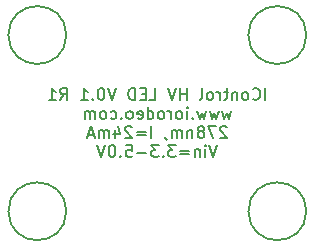
<source format=gbo>
%TF.GenerationSoftware,KiCad,Pcbnew,7.0.8-7.0.8~ubuntu22.04.1*%
%TF.CreationDate,2024-01-31T21:11:03-08:00*%
%TF.ProjectId,275nm_ELUC3535NUB_24mA,3237356e-6d5f-4454-9c55-43333533354e,rev?*%
%TF.SameCoordinates,Original*%
%TF.FileFunction,Legend,Bot*%
%TF.FilePolarity,Positive*%
%FSLAX46Y46*%
G04 Gerber Fmt 4.6, Leading zero omitted, Abs format (unit mm)*
G04 Created by KiCad (PCBNEW 7.0.8-7.0.8~ubuntu22.04.1) date 2024-01-31 21:11:03*
%MOMM*%
%LPD*%
G01*
G04 APERTURE LIST*
%ADD10C,0.150000*%
G04 APERTURE END LIST*
D10*
X71842857Y-58039819D02*
X71842857Y-57039819D01*
X70795239Y-57944580D02*
X70842858Y-57992200D01*
X70842858Y-57992200D02*
X70985715Y-58039819D01*
X70985715Y-58039819D02*
X71080953Y-58039819D01*
X71080953Y-58039819D02*
X71223810Y-57992200D01*
X71223810Y-57992200D02*
X71319048Y-57896961D01*
X71319048Y-57896961D02*
X71366667Y-57801723D01*
X71366667Y-57801723D02*
X71414286Y-57611247D01*
X71414286Y-57611247D02*
X71414286Y-57468390D01*
X71414286Y-57468390D02*
X71366667Y-57277914D01*
X71366667Y-57277914D02*
X71319048Y-57182676D01*
X71319048Y-57182676D02*
X71223810Y-57087438D01*
X71223810Y-57087438D02*
X71080953Y-57039819D01*
X71080953Y-57039819D02*
X70985715Y-57039819D01*
X70985715Y-57039819D02*
X70842858Y-57087438D01*
X70842858Y-57087438D02*
X70795239Y-57135057D01*
X70223810Y-58039819D02*
X70319048Y-57992200D01*
X70319048Y-57992200D02*
X70366667Y-57944580D01*
X70366667Y-57944580D02*
X70414286Y-57849342D01*
X70414286Y-57849342D02*
X70414286Y-57563628D01*
X70414286Y-57563628D02*
X70366667Y-57468390D01*
X70366667Y-57468390D02*
X70319048Y-57420771D01*
X70319048Y-57420771D02*
X70223810Y-57373152D01*
X70223810Y-57373152D02*
X70080953Y-57373152D01*
X70080953Y-57373152D02*
X69985715Y-57420771D01*
X69985715Y-57420771D02*
X69938096Y-57468390D01*
X69938096Y-57468390D02*
X69890477Y-57563628D01*
X69890477Y-57563628D02*
X69890477Y-57849342D01*
X69890477Y-57849342D02*
X69938096Y-57944580D01*
X69938096Y-57944580D02*
X69985715Y-57992200D01*
X69985715Y-57992200D02*
X70080953Y-58039819D01*
X70080953Y-58039819D02*
X70223810Y-58039819D01*
X69461905Y-57373152D02*
X69461905Y-58039819D01*
X69461905Y-57468390D02*
X69414286Y-57420771D01*
X69414286Y-57420771D02*
X69319048Y-57373152D01*
X69319048Y-57373152D02*
X69176191Y-57373152D01*
X69176191Y-57373152D02*
X69080953Y-57420771D01*
X69080953Y-57420771D02*
X69033334Y-57516009D01*
X69033334Y-57516009D02*
X69033334Y-58039819D01*
X68700000Y-57373152D02*
X68319048Y-57373152D01*
X68557143Y-57039819D02*
X68557143Y-57896961D01*
X68557143Y-57896961D02*
X68509524Y-57992200D01*
X68509524Y-57992200D02*
X68414286Y-58039819D01*
X68414286Y-58039819D02*
X68319048Y-58039819D01*
X67985714Y-58039819D02*
X67985714Y-57373152D01*
X67985714Y-57563628D02*
X67938095Y-57468390D01*
X67938095Y-57468390D02*
X67890476Y-57420771D01*
X67890476Y-57420771D02*
X67795238Y-57373152D01*
X67795238Y-57373152D02*
X67700000Y-57373152D01*
X67223809Y-58039819D02*
X67319047Y-57992200D01*
X67319047Y-57992200D02*
X67366666Y-57944580D01*
X67366666Y-57944580D02*
X67414285Y-57849342D01*
X67414285Y-57849342D02*
X67414285Y-57563628D01*
X67414285Y-57563628D02*
X67366666Y-57468390D01*
X67366666Y-57468390D02*
X67319047Y-57420771D01*
X67319047Y-57420771D02*
X67223809Y-57373152D01*
X67223809Y-57373152D02*
X67080952Y-57373152D01*
X67080952Y-57373152D02*
X66985714Y-57420771D01*
X66985714Y-57420771D02*
X66938095Y-57468390D01*
X66938095Y-57468390D02*
X66890476Y-57563628D01*
X66890476Y-57563628D02*
X66890476Y-57849342D01*
X66890476Y-57849342D02*
X66938095Y-57944580D01*
X66938095Y-57944580D02*
X66985714Y-57992200D01*
X66985714Y-57992200D02*
X67080952Y-58039819D01*
X67080952Y-58039819D02*
X67223809Y-58039819D01*
X66319047Y-58039819D02*
X66414285Y-57992200D01*
X66414285Y-57992200D02*
X66461904Y-57896961D01*
X66461904Y-57896961D02*
X66461904Y-57039819D01*
X65176189Y-58039819D02*
X65176189Y-57039819D01*
X65176189Y-57516009D02*
X64604761Y-57516009D01*
X64604761Y-58039819D02*
X64604761Y-57039819D01*
X64271427Y-57039819D02*
X63938094Y-58039819D01*
X63938094Y-58039819D02*
X63604761Y-57039819D01*
X62033332Y-58039819D02*
X62509522Y-58039819D01*
X62509522Y-58039819D02*
X62509522Y-57039819D01*
X61699998Y-57516009D02*
X61366665Y-57516009D01*
X61223808Y-58039819D02*
X61699998Y-58039819D01*
X61699998Y-58039819D02*
X61699998Y-57039819D01*
X61699998Y-57039819D02*
X61223808Y-57039819D01*
X60795236Y-58039819D02*
X60795236Y-57039819D01*
X60795236Y-57039819D02*
X60557141Y-57039819D01*
X60557141Y-57039819D02*
X60414284Y-57087438D01*
X60414284Y-57087438D02*
X60319046Y-57182676D01*
X60319046Y-57182676D02*
X60271427Y-57277914D01*
X60271427Y-57277914D02*
X60223808Y-57468390D01*
X60223808Y-57468390D02*
X60223808Y-57611247D01*
X60223808Y-57611247D02*
X60271427Y-57801723D01*
X60271427Y-57801723D02*
X60319046Y-57896961D01*
X60319046Y-57896961D02*
X60414284Y-57992200D01*
X60414284Y-57992200D02*
X60557141Y-58039819D01*
X60557141Y-58039819D02*
X60795236Y-58039819D01*
X59176188Y-57039819D02*
X58842855Y-58039819D01*
X58842855Y-58039819D02*
X58509522Y-57039819D01*
X57985712Y-57039819D02*
X57890474Y-57039819D01*
X57890474Y-57039819D02*
X57795236Y-57087438D01*
X57795236Y-57087438D02*
X57747617Y-57135057D01*
X57747617Y-57135057D02*
X57699998Y-57230295D01*
X57699998Y-57230295D02*
X57652379Y-57420771D01*
X57652379Y-57420771D02*
X57652379Y-57658866D01*
X57652379Y-57658866D02*
X57699998Y-57849342D01*
X57699998Y-57849342D02*
X57747617Y-57944580D01*
X57747617Y-57944580D02*
X57795236Y-57992200D01*
X57795236Y-57992200D02*
X57890474Y-58039819D01*
X57890474Y-58039819D02*
X57985712Y-58039819D01*
X57985712Y-58039819D02*
X58080950Y-57992200D01*
X58080950Y-57992200D02*
X58128569Y-57944580D01*
X58128569Y-57944580D02*
X58176188Y-57849342D01*
X58176188Y-57849342D02*
X58223807Y-57658866D01*
X58223807Y-57658866D02*
X58223807Y-57420771D01*
X58223807Y-57420771D02*
X58176188Y-57230295D01*
X58176188Y-57230295D02*
X58128569Y-57135057D01*
X58128569Y-57135057D02*
X58080950Y-57087438D01*
X58080950Y-57087438D02*
X57985712Y-57039819D01*
X57223807Y-57944580D02*
X57176188Y-57992200D01*
X57176188Y-57992200D02*
X57223807Y-58039819D01*
X57223807Y-58039819D02*
X57271426Y-57992200D01*
X57271426Y-57992200D02*
X57223807Y-57944580D01*
X57223807Y-57944580D02*
X57223807Y-58039819D01*
X56223808Y-58039819D02*
X56795236Y-58039819D01*
X56509522Y-58039819D02*
X56509522Y-57039819D01*
X56509522Y-57039819D02*
X56604760Y-57182676D01*
X56604760Y-57182676D02*
X56699998Y-57277914D01*
X56699998Y-57277914D02*
X56795236Y-57325533D01*
X54461903Y-58039819D02*
X54795236Y-57563628D01*
X55033331Y-58039819D02*
X55033331Y-57039819D01*
X55033331Y-57039819D02*
X54652379Y-57039819D01*
X54652379Y-57039819D02*
X54557141Y-57087438D01*
X54557141Y-57087438D02*
X54509522Y-57135057D01*
X54509522Y-57135057D02*
X54461903Y-57230295D01*
X54461903Y-57230295D02*
X54461903Y-57373152D01*
X54461903Y-57373152D02*
X54509522Y-57468390D01*
X54509522Y-57468390D02*
X54557141Y-57516009D01*
X54557141Y-57516009D02*
X54652379Y-57563628D01*
X54652379Y-57563628D02*
X55033331Y-57563628D01*
X53509522Y-58039819D02*
X54080950Y-58039819D01*
X53795236Y-58039819D02*
X53795236Y-57039819D01*
X53795236Y-57039819D02*
X53890474Y-57182676D01*
X53890474Y-57182676D02*
X53985712Y-57277914D01*
X53985712Y-57277914D02*
X54080950Y-57325533D01*
X68938094Y-58983152D02*
X68747618Y-59649819D01*
X68747618Y-59649819D02*
X68557142Y-59173628D01*
X68557142Y-59173628D02*
X68366666Y-59649819D01*
X68366666Y-59649819D02*
X68176190Y-58983152D01*
X67890475Y-58983152D02*
X67699999Y-59649819D01*
X67699999Y-59649819D02*
X67509523Y-59173628D01*
X67509523Y-59173628D02*
X67319047Y-59649819D01*
X67319047Y-59649819D02*
X67128571Y-58983152D01*
X66842856Y-58983152D02*
X66652380Y-59649819D01*
X66652380Y-59649819D02*
X66461904Y-59173628D01*
X66461904Y-59173628D02*
X66271428Y-59649819D01*
X66271428Y-59649819D02*
X66080952Y-58983152D01*
X65699999Y-59554580D02*
X65652380Y-59602200D01*
X65652380Y-59602200D02*
X65699999Y-59649819D01*
X65699999Y-59649819D02*
X65747618Y-59602200D01*
X65747618Y-59602200D02*
X65699999Y-59554580D01*
X65699999Y-59554580D02*
X65699999Y-59649819D01*
X65223809Y-59649819D02*
X65223809Y-58983152D01*
X65223809Y-58649819D02*
X65271428Y-58697438D01*
X65271428Y-58697438D02*
X65223809Y-58745057D01*
X65223809Y-58745057D02*
X65176190Y-58697438D01*
X65176190Y-58697438D02*
X65223809Y-58649819D01*
X65223809Y-58649819D02*
X65223809Y-58745057D01*
X64604762Y-59649819D02*
X64700000Y-59602200D01*
X64700000Y-59602200D02*
X64747619Y-59554580D01*
X64747619Y-59554580D02*
X64795238Y-59459342D01*
X64795238Y-59459342D02*
X64795238Y-59173628D01*
X64795238Y-59173628D02*
X64747619Y-59078390D01*
X64747619Y-59078390D02*
X64700000Y-59030771D01*
X64700000Y-59030771D02*
X64604762Y-58983152D01*
X64604762Y-58983152D02*
X64461905Y-58983152D01*
X64461905Y-58983152D02*
X64366667Y-59030771D01*
X64366667Y-59030771D02*
X64319048Y-59078390D01*
X64319048Y-59078390D02*
X64271429Y-59173628D01*
X64271429Y-59173628D02*
X64271429Y-59459342D01*
X64271429Y-59459342D02*
X64319048Y-59554580D01*
X64319048Y-59554580D02*
X64366667Y-59602200D01*
X64366667Y-59602200D02*
X64461905Y-59649819D01*
X64461905Y-59649819D02*
X64604762Y-59649819D01*
X63842857Y-59649819D02*
X63842857Y-58983152D01*
X63842857Y-59173628D02*
X63795238Y-59078390D01*
X63795238Y-59078390D02*
X63747619Y-59030771D01*
X63747619Y-59030771D02*
X63652381Y-58983152D01*
X63652381Y-58983152D02*
X63557143Y-58983152D01*
X63080952Y-59649819D02*
X63176190Y-59602200D01*
X63176190Y-59602200D02*
X63223809Y-59554580D01*
X63223809Y-59554580D02*
X63271428Y-59459342D01*
X63271428Y-59459342D02*
X63271428Y-59173628D01*
X63271428Y-59173628D02*
X63223809Y-59078390D01*
X63223809Y-59078390D02*
X63176190Y-59030771D01*
X63176190Y-59030771D02*
X63080952Y-58983152D01*
X63080952Y-58983152D02*
X62938095Y-58983152D01*
X62938095Y-58983152D02*
X62842857Y-59030771D01*
X62842857Y-59030771D02*
X62795238Y-59078390D01*
X62795238Y-59078390D02*
X62747619Y-59173628D01*
X62747619Y-59173628D02*
X62747619Y-59459342D01*
X62747619Y-59459342D02*
X62795238Y-59554580D01*
X62795238Y-59554580D02*
X62842857Y-59602200D01*
X62842857Y-59602200D02*
X62938095Y-59649819D01*
X62938095Y-59649819D02*
X63080952Y-59649819D01*
X61890476Y-59649819D02*
X61890476Y-58649819D01*
X61890476Y-59602200D02*
X61985714Y-59649819D01*
X61985714Y-59649819D02*
X62176190Y-59649819D01*
X62176190Y-59649819D02*
X62271428Y-59602200D01*
X62271428Y-59602200D02*
X62319047Y-59554580D01*
X62319047Y-59554580D02*
X62366666Y-59459342D01*
X62366666Y-59459342D02*
X62366666Y-59173628D01*
X62366666Y-59173628D02*
X62319047Y-59078390D01*
X62319047Y-59078390D02*
X62271428Y-59030771D01*
X62271428Y-59030771D02*
X62176190Y-58983152D01*
X62176190Y-58983152D02*
X61985714Y-58983152D01*
X61985714Y-58983152D02*
X61890476Y-59030771D01*
X61033333Y-59602200D02*
X61128571Y-59649819D01*
X61128571Y-59649819D02*
X61319047Y-59649819D01*
X61319047Y-59649819D02*
X61414285Y-59602200D01*
X61414285Y-59602200D02*
X61461904Y-59506961D01*
X61461904Y-59506961D02*
X61461904Y-59126009D01*
X61461904Y-59126009D02*
X61414285Y-59030771D01*
X61414285Y-59030771D02*
X61319047Y-58983152D01*
X61319047Y-58983152D02*
X61128571Y-58983152D01*
X61128571Y-58983152D02*
X61033333Y-59030771D01*
X61033333Y-59030771D02*
X60985714Y-59126009D01*
X60985714Y-59126009D02*
X60985714Y-59221247D01*
X60985714Y-59221247D02*
X61461904Y-59316485D01*
X60414285Y-59649819D02*
X60509523Y-59602200D01*
X60509523Y-59602200D02*
X60557142Y-59554580D01*
X60557142Y-59554580D02*
X60604761Y-59459342D01*
X60604761Y-59459342D02*
X60604761Y-59173628D01*
X60604761Y-59173628D02*
X60557142Y-59078390D01*
X60557142Y-59078390D02*
X60509523Y-59030771D01*
X60509523Y-59030771D02*
X60414285Y-58983152D01*
X60414285Y-58983152D02*
X60271428Y-58983152D01*
X60271428Y-58983152D02*
X60176190Y-59030771D01*
X60176190Y-59030771D02*
X60128571Y-59078390D01*
X60128571Y-59078390D02*
X60080952Y-59173628D01*
X60080952Y-59173628D02*
X60080952Y-59459342D01*
X60080952Y-59459342D02*
X60128571Y-59554580D01*
X60128571Y-59554580D02*
X60176190Y-59602200D01*
X60176190Y-59602200D02*
X60271428Y-59649819D01*
X60271428Y-59649819D02*
X60414285Y-59649819D01*
X59652380Y-59554580D02*
X59604761Y-59602200D01*
X59604761Y-59602200D02*
X59652380Y-59649819D01*
X59652380Y-59649819D02*
X59699999Y-59602200D01*
X59699999Y-59602200D02*
X59652380Y-59554580D01*
X59652380Y-59554580D02*
X59652380Y-59649819D01*
X58747619Y-59602200D02*
X58842857Y-59649819D01*
X58842857Y-59649819D02*
X59033333Y-59649819D01*
X59033333Y-59649819D02*
X59128571Y-59602200D01*
X59128571Y-59602200D02*
X59176190Y-59554580D01*
X59176190Y-59554580D02*
X59223809Y-59459342D01*
X59223809Y-59459342D02*
X59223809Y-59173628D01*
X59223809Y-59173628D02*
X59176190Y-59078390D01*
X59176190Y-59078390D02*
X59128571Y-59030771D01*
X59128571Y-59030771D02*
X59033333Y-58983152D01*
X59033333Y-58983152D02*
X58842857Y-58983152D01*
X58842857Y-58983152D02*
X58747619Y-59030771D01*
X58176190Y-59649819D02*
X58271428Y-59602200D01*
X58271428Y-59602200D02*
X58319047Y-59554580D01*
X58319047Y-59554580D02*
X58366666Y-59459342D01*
X58366666Y-59459342D02*
X58366666Y-59173628D01*
X58366666Y-59173628D02*
X58319047Y-59078390D01*
X58319047Y-59078390D02*
X58271428Y-59030771D01*
X58271428Y-59030771D02*
X58176190Y-58983152D01*
X58176190Y-58983152D02*
X58033333Y-58983152D01*
X58033333Y-58983152D02*
X57938095Y-59030771D01*
X57938095Y-59030771D02*
X57890476Y-59078390D01*
X57890476Y-59078390D02*
X57842857Y-59173628D01*
X57842857Y-59173628D02*
X57842857Y-59459342D01*
X57842857Y-59459342D02*
X57890476Y-59554580D01*
X57890476Y-59554580D02*
X57938095Y-59602200D01*
X57938095Y-59602200D02*
X58033333Y-59649819D01*
X58033333Y-59649819D02*
X58176190Y-59649819D01*
X57414285Y-59649819D02*
X57414285Y-58983152D01*
X57414285Y-59078390D02*
X57366666Y-59030771D01*
X57366666Y-59030771D02*
X57271428Y-58983152D01*
X57271428Y-58983152D02*
X57128571Y-58983152D01*
X57128571Y-58983152D02*
X57033333Y-59030771D01*
X57033333Y-59030771D02*
X56985714Y-59126009D01*
X56985714Y-59126009D02*
X56985714Y-59649819D01*
X56985714Y-59126009D02*
X56938095Y-59030771D01*
X56938095Y-59030771D02*
X56842857Y-58983152D01*
X56842857Y-58983152D02*
X56700000Y-58983152D01*
X56700000Y-58983152D02*
X56604761Y-59030771D01*
X56604761Y-59030771D02*
X56557142Y-59126009D01*
X56557142Y-59126009D02*
X56557142Y-59649819D01*
X68580951Y-60355057D02*
X68533332Y-60307438D01*
X68533332Y-60307438D02*
X68438094Y-60259819D01*
X68438094Y-60259819D02*
X68199999Y-60259819D01*
X68199999Y-60259819D02*
X68104761Y-60307438D01*
X68104761Y-60307438D02*
X68057142Y-60355057D01*
X68057142Y-60355057D02*
X68009523Y-60450295D01*
X68009523Y-60450295D02*
X68009523Y-60545533D01*
X68009523Y-60545533D02*
X68057142Y-60688390D01*
X68057142Y-60688390D02*
X68628570Y-61259819D01*
X68628570Y-61259819D02*
X68009523Y-61259819D01*
X67676189Y-60259819D02*
X67009523Y-60259819D01*
X67009523Y-60259819D02*
X67438094Y-61259819D01*
X66485713Y-60688390D02*
X66580951Y-60640771D01*
X66580951Y-60640771D02*
X66628570Y-60593152D01*
X66628570Y-60593152D02*
X66676189Y-60497914D01*
X66676189Y-60497914D02*
X66676189Y-60450295D01*
X66676189Y-60450295D02*
X66628570Y-60355057D01*
X66628570Y-60355057D02*
X66580951Y-60307438D01*
X66580951Y-60307438D02*
X66485713Y-60259819D01*
X66485713Y-60259819D02*
X66295237Y-60259819D01*
X66295237Y-60259819D02*
X66199999Y-60307438D01*
X66199999Y-60307438D02*
X66152380Y-60355057D01*
X66152380Y-60355057D02*
X66104761Y-60450295D01*
X66104761Y-60450295D02*
X66104761Y-60497914D01*
X66104761Y-60497914D02*
X66152380Y-60593152D01*
X66152380Y-60593152D02*
X66199999Y-60640771D01*
X66199999Y-60640771D02*
X66295237Y-60688390D01*
X66295237Y-60688390D02*
X66485713Y-60688390D01*
X66485713Y-60688390D02*
X66580951Y-60736009D01*
X66580951Y-60736009D02*
X66628570Y-60783628D01*
X66628570Y-60783628D02*
X66676189Y-60878866D01*
X66676189Y-60878866D02*
X66676189Y-61069342D01*
X66676189Y-61069342D02*
X66628570Y-61164580D01*
X66628570Y-61164580D02*
X66580951Y-61212200D01*
X66580951Y-61212200D02*
X66485713Y-61259819D01*
X66485713Y-61259819D02*
X66295237Y-61259819D01*
X66295237Y-61259819D02*
X66199999Y-61212200D01*
X66199999Y-61212200D02*
X66152380Y-61164580D01*
X66152380Y-61164580D02*
X66104761Y-61069342D01*
X66104761Y-61069342D02*
X66104761Y-60878866D01*
X66104761Y-60878866D02*
X66152380Y-60783628D01*
X66152380Y-60783628D02*
X66199999Y-60736009D01*
X66199999Y-60736009D02*
X66295237Y-60688390D01*
X65676189Y-60593152D02*
X65676189Y-61259819D01*
X65676189Y-60688390D02*
X65628570Y-60640771D01*
X65628570Y-60640771D02*
X65533332Y-60593152D01*
X65533332Y-60593152D02*
X65390475Y-60593152D01*
X65390475Y-60593152D02*
X65295237Y-60640771D01*
X65295237Y-60640771D02*
X65247618Y-60736009D01*
X65247618Y-60736009D02*
X65247618Y-61259819D01*
X64771427Y-61259819D02*
X64771427Y-60593152D01*
X64771427Y-60688390D02*
X64723808Y-60640771D01*
X64723808Y-60640771D02*
X64628570Y-60593152D01*
X64628570Y-60593152D02*
X64485713Y-60593152D01*
X64485713Y-60593152D02*
X64390475Y-60640771D01*
X64390475Y-60640771D02*
X64342856Y-60736009D01*
X64342856Y-60736009D02*
X64342856Y-61259819D01*
X64342856Y-60736009D02*
X64295237Y-60640771D01*
X64295237Y-60640771D02*
X64199999Y-60593152D01*
X64199999Y-60593152D02*
X64057142Y-60593152D01*
X64057142Y-60593152D02*
X63961903Y-60640771D01*
X63961903Y-60640771D02*
X63914284Y-60736009D01*
X63914284Y-60736009D02*
X63914284Y-61259819D01*
X63390475Y-61212200D02*
X63390475Y-61259819D01*
X63390475Y-61259819D02*
X63438094Y-61355057D01*
X63438094Y-61355057D02*
X63485713Y-61402676D01*
X62199999Y-61259819D02*
X62199999Y-60259819D01*
X61723809Y-60736009D02*
X60961905Y-60736009D01*
X60961905Y-61021723D02*
X61723809Y-61021723D01*
X60533333Y-60355057D02*
X60485714Y-60307438D01*
X60485714Y-60307438D02*
X60390476Y-60259819D01*
X60390476Y-60259819D02*
X60152381Y-60259819D01*
X60152381Y-60259819D02*
X60057143Y-60307438D01*
X60057143Y-60307438D02*
X60009524Y-60355057D01*
X60009524Y-60355057D02*
X59961905Y-60450295D01*
X59961905Y-60450295D02*
X59961905Y-60545533D01*
X59961905Y-60545533D02*
X60009524Y-60688390D01*
X60009524Y-60688390D02*
X60580952Y-61259819D01*
X60580952Y-61259819D02*
X59961905Y-61259819D01*
X59104762Y-60593152D02*
X59104762Y-61259819D01*
X59342857Y-60212200D02*
X59580952Y-60926485D01*
X59580952Y-60926485D02*
X58961905Y-60926485D01*
X58580952Y-61259819D02*
X58580952Y-60593152D01*
X58580952Y-60688390D02*
X58533333Y-60640771D01*
X58533333Y-60640771D02*
X58438095Y-60593152D01*
X58438095Y-60593152D02*
X58295238Y-60593152D01*
X58295238Y-60593152D02*
X58200000Y-60640771D01*
X58200000Y-60640771D02*
X58152381Y-60736009D01*
X58152381Y-60736009D02*
X58152381Y-61259819D01*
X58152381Y-60736009D02*
X58104762Y-60640771D01*
X58104762Y-60640771D02*
X58009524Y-60593152D01*
X58009524Y-60593152D02*
X57866667Y-60593152D01*
X57866667Y-60593152D02*
X57771428Y-60640771D01*
X57771428Y-60640771D02*
X57723809Y-60736009D01*
X57723809Y-60736009D02*
X57723809Y-61259819D01*
X57295238Y-60974104D02*
X56819048Y-60974104D01*
X57390476Y-61259819D02*
X57057143Y-60259819D01*
X57057143Y-60259819D02*
X56723810Y-61259819D01*
X67771427Y-61869819D02*
X67438094Y-62869819D01*
X67438094Y-62869819D02*
X67104761Y-61869819D01*
X66771427Y-62869819D02*
X66771427Y-62203152D01*
X66771427Y-61869819D02*
X66819046Y-61917438D01*
X66819046Y-61917438D02*
X66771427Y-61965057D01*
X66771427Y-61965057D02*
X66723808Y-61917438D01*
X66723808Y-61917438D02*
X66771427Y-61869819D01*
X66771427Y-61869819D02*
X66771427Y-61965057D01*
X66295237Y-62203152D02*
X66295237Y-62869819D01*
X66295237Y-62298390D02*
X66247618Y-62250771D01*
X66247618Y-62250771D02*
X66152380Y-62203152D01*
X66152380Y-62203152D02*
X66009523Y-62203152D01*
X66009523Y-62203152D02*
X65914285Y-62250771D01*
X65914285Y-62250771D02*
X65866666Y-62346009D01*
X65866666Y-62346009D02*
X65866666Y-62869819D01*
X65390475Y-62346009D02*
X64628571Y-62346009D01*
X64628571Y-62631723D02*
X65390475Y-62631723D01*
X64247618Y-61869819D02*
X63628571Y-61869819D01*
X63628571Y-61869819D02*
X63961904Y-62250771D01*
X63961904Y-62250771D02*
X63819047Y-62250771D01*
X63819047Y-62250771D02*
X63723809Y-62298390D01*
X63723809Y-62298390D02*
X63676190Y-62346009D01*
X63676190Y-62346009D02*
X63628571Y-62441247D01*
X63628571Y-62441247D02*
X63628571Y-62679342D01*
X63628571Y-62679342D02*
X63676190Y-62774580D01*
X63676190Y-62774580D02*
X63723809Y-62822200D01*
X63723809Y-62822200D02*
X63819047Y-62869819D01*
X63819047Y-62869819D02*
X64104761Y-62869819D01*
X64104761Y-62869819D02*
X64199999Y-62822200D01*
X64199999Y-62822200D02*
X64247618Y-62774580D01*
X63199999Y-62774580D02*
X63152380Y-62822200D01*
X63152380Y-62822200D02*
X63199999Y-62869819D01*
X63199999Y-62869819D02*
X63247618Y-62822200D01*
X63247618Y-62822200D02*
X63199999Y-62774580D01*
X63199999Y-62774580D02*
X63199999Y-62869819D01*
X62819047Y-61869819D02*
X62200000Y-61869819D01*
X62200000Y-61869819D02*
X62533333Y-62250771D01*
X62533333Y-62250771D02*
X62390476Y-62250771D01*
X62390476Y-62250771D02*
X62295238Y-62298390D01*
X62295238Y-62298390D02*
X62247619Y-62346009D01*
X62247619Y-62346009D02*
X62200000Y-62441247D01*
X62200000Y-62441247D02*
X62200000Y-62679342D01*
X62200000Y-62679342D02*
X62247619Y-62774580D01*
X62247619Y-62774580D02*
X62295238Y-62822200D01*
X62295238Y-62822200D02*
X62390476Y-62869819D01*
X62390476Y-62869819D02*
X62676190Y-62869819D01*
X62676190Y-62869819D02*
X62771428Y-62822200D01*
X62771428Y-62822200D02*
X62819047Y-62774580D01*
X61771428Y-62488866D02*
X61009524Y-62488866D01*
X60057143Y-61869819D02*
X60533333Y-61869819D01*
X60533333Y-61869819D02*
X60580952Y-62346009D01*
X60580952Y-62346009D02*
X60533333Y-62298390D01*
X60533333Y-62298390D02*
X60438095Y-62250771D01*
X60438095Y-62250771D02*
X60200000Y-62250771D01*
X60200000Y-62250771D02*
X60104762Y-62298390D01*
X60104762Y-62298390D02*
X60057143Y-62346009D01*
X60057143Y-62346009D02*
X60009524Y-62441247D01*
X60009524Y-62441247D02*
X60009524Y-62679342D01*
X60009524Y-62679342D02*
X60057143Y-62774580D01*
X60057143Y-62774580D02*
X60104762Y-62822200D01*
X60104762Y-62822200D02*
X60200000Y-62869819D01*
X60200000Y-62869819D02*
X60438095Y-62869819D01*
X60438095Y-62869819D02*
X60533333Y-62822200D01*
X60533333Y-62822200D02*
X60580952Y-62774580D01*
X59580952Y-62774580D02*
X59533333Y-62822200D01*
X59533333Y-62822200D02*
X59580952Y-62869819D01*
X59580952Y-62869819D02*
X59628571Y-62822200D01*
X59628571Y-62822200D02*
X59580952Y-62774580D01*
X59580952Y-62774580D02*
X59580952Y-62869819D01*
X58914286Y-61869819D02*
X58819048Y-61869819D01*
X58819048Y-61869819D02*
X58723810Y-61917438D01*
X58723810Y-61917438D02*
X58676191Y-61965057D01*
X58676191Y-61965057D02*
X58628572Y-62060295D01*
X58628572Y-62060295D02*
X58580953Y-62250771D01*
X58580953Y-62250771D02*
X58580953Y-62488866D01*
X58580953Y-62488866D02*
X58628572Y-62679342D01*
X58628572Y-62679342D02*
X58676191Y-62774580D01*
X58676191Y-62774580D02*
X58723810Y-62822200D01*
X58723810Y-62822200D02*
X58819048Y-62869819D01*
X58819048Y-62869819D02*
X58914286Y-62869819D01*
X58914286Y-62869819D02*
X59009524Y-62822200D01*
X59009524Y-62822200D02*
X59057143Y-62774580D01*
X59057143Y-62774580D02*
X59104762Y-62679342D01*
X59104762Y-62679342D02*
X59152381Y-62488866D01*
X59152381Y-62488866D02*
X59152381Y-62250771D01*
X59152381Y-62250771D02*
X59104762Y-62060295D01*
X59104762Y-62060295D02*
X59057143Y-61965057D01*
X59057143Y-61965057D02*
X59009524Y-61917438D01*
X59009524Y-61917438D02*
X58914286Y-61869819D01*
X58295238Y-61869819D02*
X57961905Y-62869819D01*
X57961905Y-62869819D02*
X57628572Y-61869819D01*
%TO.C,M1*%
X54990000Y-52540000D02*
G75*
G03*
X54990000Y-52540000I-2450000J0D01*
G01*
%TO.C,M2*%
X75310000Y-52540000D02*
G75*
G03*
X75310000Y-52540000I-2450000J0D01*
G01*
%TO.C,M3*%
X75310000Y-67460000D02*
G75*
G03*
X75310000Y-67460000I-2450000J0D01*
G01*
%TO.C,M4*%
X54990000Y-67460000D02*
G75*
G03*
X54990000Y-67460000I-2450000J0D01*
G01*
%TD*%
M02*

</source>
